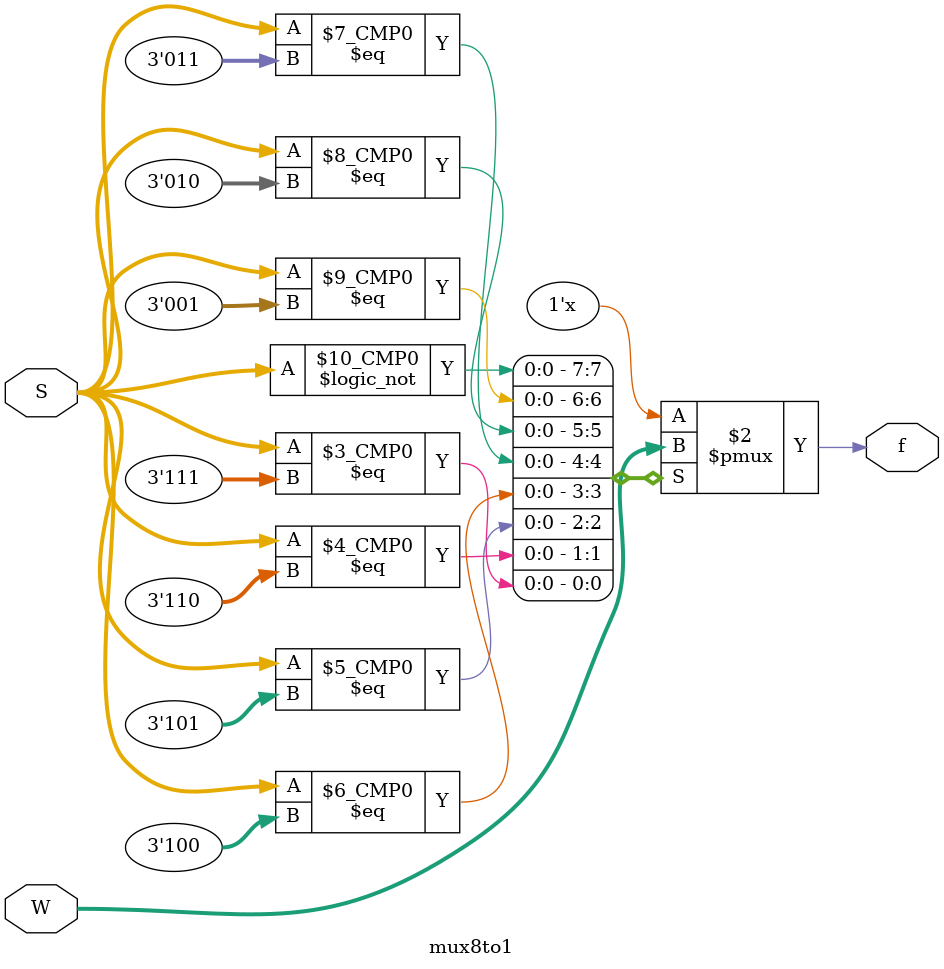
<source format=v>
module mux16to1(W,S,f);
input [0:15]W;
input [3:0]S;
output f;
wire [0:1]M;
mux8to1 m1(W[0:7],S[2:0],M[0]);
mux8to1 m2(W[8:15],S[2:0],M[1]);
mux2to1 m3(M[0:1], S[3], f);
endmodule



module mux2to1(W,S,f);
input [0:1]W;
input S;
output reg f;
always@(W or S)
case (S)
1'b0: f=W[0];
1'b1: f=W[1];
endcase
endmodule



module mux8to1(W,S,f);
input [0:7]W;
input [2:0]S;
output reg f;

always@(W or S)
case (S)
3'b000: f=W[0];
3'b001: f=W[1];
3'b010: f=W[2];
3'b011: f=W[3];
3'b100: f=W[4];
3'b101: f=W[5];
3'b110: f=W[6];
3'b111: f=W[7];
endcase
endmodule

</source>
